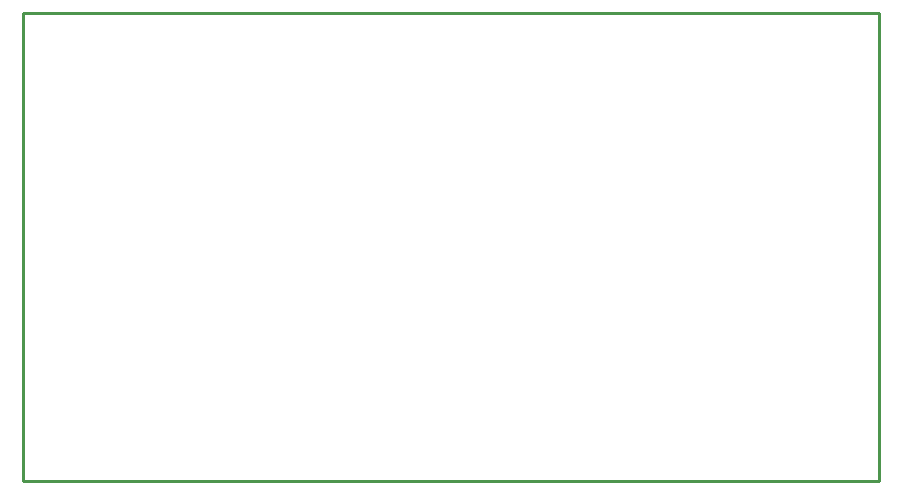
<source format=gm1>
G04*
G04 #@! TF.GenerationSoftware,Altium Limited,Altium Designer,22.9.1 (49)*
G04*
G04 Layer_Color=16711935*
%FSLAX23Y23*%
%MOIN*%
G70*
G04*
G04 #@! TF.SameCoordinates,1D9096F5-09AE-4004-8E61-CDF66F45815B*
G04*
G04*
G04 #@! TF.FilePolarity,Positive*
G04*
G01*
G75*
%ADD29C,0.010*%
D29*
X-0Y1560D02*
X2855Y1560D01*
X2855Y0D01*
X0D02*
X2855D01*
X-0Y1560D02*
X0Y0D01*
M02*

</source>
